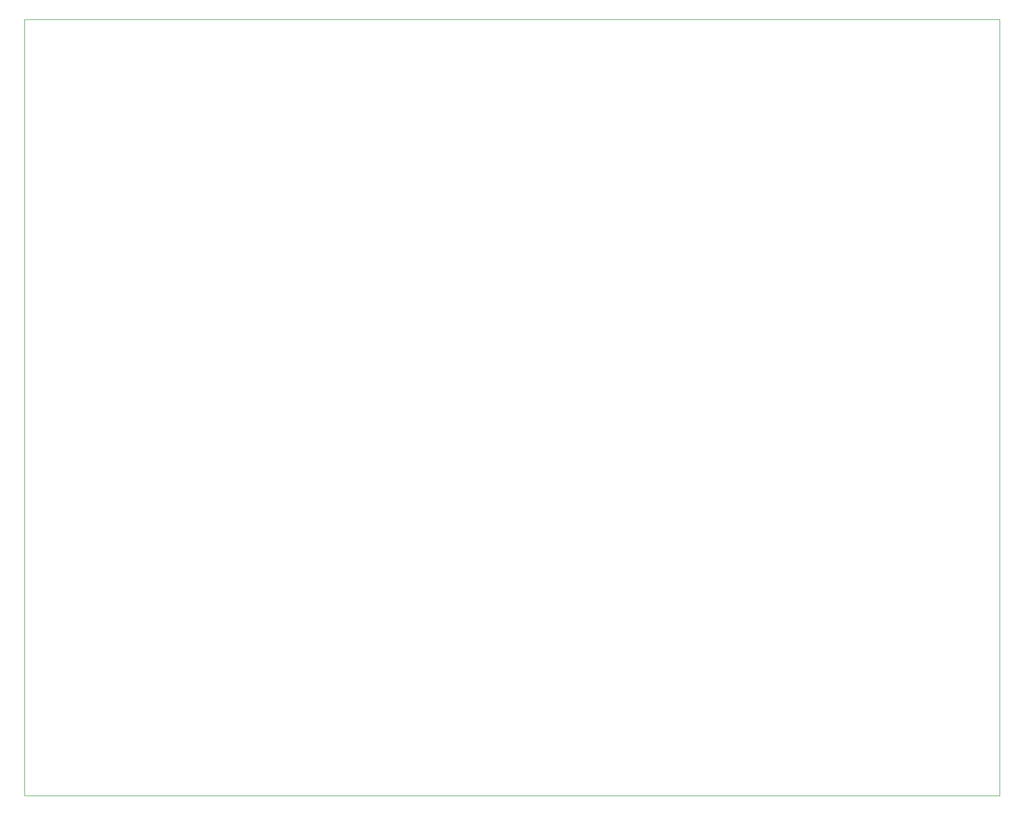
<source format=gm1>
G04 #@! TF.GenerationSoftware,KiCad,Pcbnew,9.0.0*
G04 #@! TF.CreationDate,2025-03-31T11:54:41-05:00*
G04 #@! TF.ProjectId,Power_Supply,506f7765-725f-4537-9570-706c792e6b69,rev?*
G04 #@! TF.SameCoordinates,Original*
G04 #@! TF.FileFunction,Profile,NP*
%FSLAX46Y46*%
G04 Gerber Fmt 4.6, Leading zero omitted, Abs format (unit mm)*
G04 Created by KiCad (PCBNEW 9.0.0) date 2025-03-31 11:54:41*
%MOMM*%
%LPD*%
G01*
G04 APERTURE LIST*
G04 #@! TA.AperFunction,Profile*
%ADD10C,0.050000*%
G04 #@! TD*
G04 APERTURE END LIST*
D10*
X56370000Y-21090000D02*
X222050000Y-21090000D01*
X222050000Y-153090000D01*
X56370000Y-153090000D01*
X56370000Y-21090000D01*
M02*

</source>
